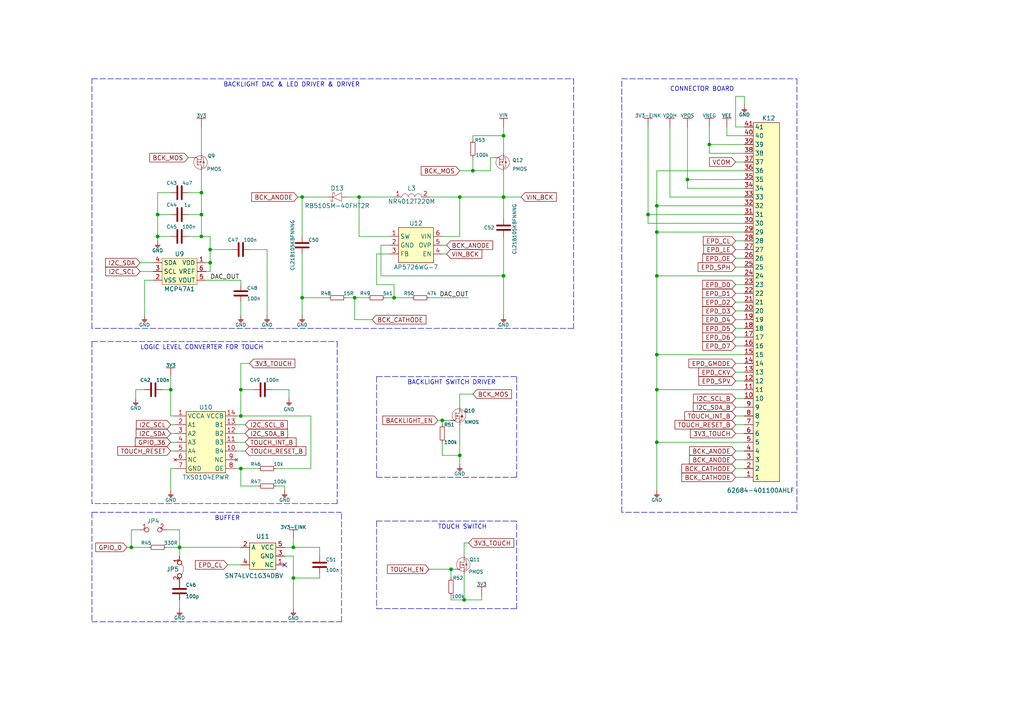
<source format=kicad_sch>
(kicad_sch (version 20211123) (generator eeschema)
  (paper "A4")
  (title_block (title "Soldered Inkplate 4 TEMPERA with glass panel") (date "2023-11-13") (rev "V1.2.0.") (company "SOLDERED") (comment 1 "333308"))
  (lib_symbols
    (symbol "e-radionica.com schematics:0603C" (pin_numbers hide) (pin_names (offset 0.002))
      (property "Reference" "C" (at 0 3.81 0))
      (property "Value" "0603C" (at 0 -3.175 0))
      (symbol "0603C_0_1"
        (polyline (pts (xy -0.635 1.905) (xy -0.635 -1.905)) (stroke (width 0.5)))
        (polyline (pts (xy 0.635 1.905) (xy 0.635 -1.905)) (stroke (width 0.5)))
      )
      (symbol "0603C_1_1"
        (pin passive line (at -2.54 0 0) (length 1.9) (name "~") (number "1"))
        (pin passive line (at 2.54 0 180) (length 1.9) (name "~") (number "2"))
      )
    )
    (symbol "e-radionica.com schematics:0603R" (pin_numbers hide) (pin_names (offset 0.254))
      (property "Reference" "R" (at 0 1.27 0))
      (property "Value" "0603R" (at 0 -1.905 0))
      (symbol "0603R_0_1"
        (rectangle (start -1.905 0.635) (end 1.905 -0.635) (stroke (width 0.15)))
      )
      (symbol "0603R_1_1"
        (pin passive line (at -2.54 0 0) (length 0.63) (name "~") (number "1"))
        (pin passive line (at 2.54 0 180) (length 0.63) (name "~") (number "2"))
      )
    )
    (symbol "e-radionica.com schematics:0805C" (pin_numbers hide)
      (property "Reference" "C" (at 0 3.81 0))
      (property "Value" "0805C" (at 0 -3.175 0))
      (symbol "0805C_0_1"
        (polyline (pts (xy -0.635 1.905) (xy -0.635 -1.905)) (stroke (width 0.5)))
        (polyline (pts (xy 0.635 1.905) (xy 0.635 -1.905)) (stroke (width 0.5)))
      )
      (symbol "0805C_1_1"
        (pin passive line (at -2.54 0 0) (length 1.9) (name "~") (number "1"))
        (pin passive line (at 2.54 0 180) (length 1.9) (name "~") (number "2"))
      )
    )
    (symbol "e-radionica.com schematics:3V3" (power) (pin_names (offset 0))
      (property "Value" "3V3" (at 0 3.556 0))
      (symbol "3V3_0_1"
        (polyline (pts (xy -1.27 2.54) (xy 1.27 2.54)) (stroke (width 0.16)))
        (polyline (pts (xy 0 0) (xy 0 2.54)))
      )
      (symbol "3V3_1_1"
        (pin power_in line (at 0 0 90) (length 0) hide (name "3V3") (number "1"))
      )
    )
    (symbol "e-radionica.com schematics:3V3-EINK" (power) (pin_names (offset 0))
      (property "Value" "3V3-EINK" (at 0 3.556 0))
      (symbol "3V3-EINK_0_1"
        (polyline (pts (xy -1.27 2.54) (xy 1.27 2.54)) (stroke (width 0.16)))
        (polyline (pts (xy 0 0) (xy 0 2.54)))
      )
      (symbol "3V3-EINK_1_1"
        (pin power_in line (at 0 0 90) (length 0) hide (name "3V3-EINK") (number "1"))
      )
    )
    (symbol "e-radionica.com schematics:62684-401100AHLF"
      (property "Reference" "K" (at 0 52.07 0))
      (property "Value" "62684-401100AHLF" (at 0 -54.61 0))
      (symbol "62684-401100AHLF_0_1"
        (rectangle (start -3.81 50.8) (end 3.81 -53.34) (stroke (width 0.1524)) (fill (type background)))
      )
      (symbol "62684-401100AHLF_1_1"
        (pin input line (at -6.35 49.53 0) (length 2.54) (name "1") (number "1"))
        (pin input line (at -6.35 26.67 0) (length 2.54) (name "10") (number "10"))
        (pin input line (at -6.35 24.13 0) (length 2.54) (name "11") (number "11"))
        (pin input line (at -6.35 21.59 0) (length 2.54) (name "12") (number "12"))
        (pin input line (at -6.35 19.05 0) (length 2.54) (name "13") (number "13"))
        (pin input line (at -6.35 16.51 0) (length 2.54) (name "14") (number "14"))
        (pin input line (at -6.35 13.97 0) (length 2.54) (name "15") (number "15"))
        (pin input line (at -6.35 11.43 0) (length 2.54) (name "16") (number "16"))
        (pin input line (at -6.35 8.89 0) (length 2.54) (name "17") (number "17"))
        (pin input line (at -6.35 6.35 0) (length 2.54) (name "18") (number "18"))
        (pin input line (at -6.35 3.81 0) (length 2.54) (name "19") (number "19"))
        (pin input line (at -6.35 46.99 0) (length 2.54) (name "2") (number "2"))
        (pin input line (at -6.35 1.27 0) (length 2.54) (name "20") (number "20"))
        (pin input line (at -6.35 -1.27 0) (length 2.54) (name "21") (number "21"))
        (pin input line (at -6.35 -3.81 0) (length 2.54) (name "22") (number "22"))
        (pin input line (at -6.35 -6.35 0) (length 2.54) (name "23") (number "23"))
        (pin input line (at -6.35 -8.89 0) (length 2.54) (name "24") (number "24"))
        (pin input line (at -6.35 -11.43 0) (length 2.54) (name "25") (number "25"))
        (pin input line (at -6.35 -13.97 0) (length 2.54) (name "26") (number "26"))
        (pin input line (at -6.35 -16.51 0) (length 2.54) (name "27") (number "27"))
        (pin input line (at -6.35 -19.05 0) (length 2.54) (name "28") (number "28"))
        (pin input line (at -6.35 -21.59 0) (length 2.54) (name "29") (number "29"))
        (pin input line (at -6.35 44.45 0) (length 2.54) (name "3") (number "3"))
        (pin input line (at -6.35 -24.13 0) (length 2.54) (name "30") (number "30"))
        (pin input line (at -6.35 -26.67 0) (length 2.54) (name "31") (number "31"))
        (pin input line (at -6.35 -29.21 0) (length 2.54) (name "32") (number "32"))
        (pin input line (at -6.35 -31.75 0) (length 2.54) (name "33") (number "33"))
        (pin input line (at -6.35 -34.29 0) (length 2.54) (name "34") (number "34"))
        (pin input line (at -6.35 -36.83 0) (length 2.54) (name "35") (number "35"))
        (pin input line (at -6.35 -39.37 0) (length 2.54) (name "36") (number "36"))
        (pin input line (at -6.35 -41.91 0) (length 2.54) (name "37") (number "37"))
        (pin input line (at -6.35 -44.45 0) (length 2.54) (name "38") (number "38"))
        (pin input line (at -6.35 -46.99 0) (length 2.54) (name "39") (number "39"))
        (pin input line (at -6.35 41.91 0) (length 2.54) (name "4") (number "4"))
        (pin input line (at -6.35 -49.53 0) (length 2.54) (name "40") (number "40"))
        (pin input line (at -6.35 -52.07 0) (length 2.54) (name "41") (number "41"))
        (pin input line (at -6.35 39.37 0) (length 2.54) (name "5") (number "5"))
        (pin input line (at -6.35 36.83 0) (length 2.54) (name "6") (number "6"))
        (pin input line (at -6.35 34.29 0) (length 2.54) (name "7") (number "7"))
        (pin input line (at -6.35 31.75 0) (length 2.54) (name "8") (number "8"))
        (pin input line (at -6.35 29.21 0) (length 2.54) (name "9") (number "9"))
      )
    )
    (symbol "e-radionica.com schematics:AP5726WG-7"
      (property "Reference" "U" (at 0 6.35 0))
      (property "Value" "AP5726WG-7" (at 0 -6.35 0))
      (symbol "AP5726WG-7_0_1"
        (rectangle (start -5.08 5.08) (end 5.08 -5.08) (fill (type background)))
      )
      (symbol "AP5726WG-7_1_1"
        (pin passive line (at -7.62 2.54 0) (length 2.54) (name "SW") (number "1"))
        (pin passive line (at -7.62 0 0) (length 2.54) (name "GND") (number "2"))
        (pin passive line (at -7.62 -2.54 0) (length 2.54) (name "FB") (number "3"))
        (pin passive line (at 7.62 -2.54 180) (length 2.54) (name "EN") (number "4"))
        (pin passive line (at 7.62 0 180) (length 2.54) (name "OVP") (number "5"))
        (pin passive line (at 7.62 2.54 180) (length 2.54) (name "VIN") (number "6"))
      )
    )
    (symbol "e-radionica.com schematics:GND" (power) (pin_names (offset 0))
      (property "Value" "GND" (at 0 -2.921 0))
      (symbol "GND_0_1"
        (polyline (pts (xy -0.762 -1.27) (xy 0.762 -1.27)) (stroke (width 0.16)))
        (polyline (pts (xy -0.635 -1.524) (xy 0.635 -1.524)) (stroke (width 0.16)))
        (polyline (pts (xy -0.381 -1.778) (xy 0.381 -1.778)) (stroke (width 0.16)))
        (polyline (pts (xy -0.127 -2.032) (xy 0.127 -2.032)) (stroke (width 0.16)))
        (polyline (pts (xy 0 0) (xy 0 -1.27)) (stroke (width 0.16)))
      )
      (symbol "GND_1_1"
        (pin power_in line (at 0 0 270) (length 0) hide (name "GND") (number "1"))
      )
    )
    (symbol "e-radionica.com schematics:MCP47A1"
      (property "Reference" "U" (at 0 5.08 0))
      (property "Value" "MCP47A1" (at 0 -5.08 0))
      (symbol "MCP47A1_0_1"
        (rectangle (start -5.08 3.81) (end 5.08 -3.81) (stroke (width 0.1)) (fill (type background)))
      )
      (symbol "MCP47A1_1_1"
        (pin power_in line (at 7.62 2.54 180) (length 2.54) (name "VDD") (number "1"))
        (pin power_in line (at -7.62 -2.54 0) (length 2.54) (name "VSS") (number "2"))
        (pin bidirectional line (at -7.62 0 0) (length 2.54) (name "SCL") (number "3"))
        (pin bidirectional line (at -7.62 2.54 0) (length 2.54) (name "SDA") (number "4"))
        (pin bidirectional line (at 7.62 -2.54 180) (length 2.54) (name "VOUT") (number "5"))
        (pin bidirectional line (at 7.62 0 180) (length 2.54) (name "VREF") (number "6"))
      )
    )
    (symbol "e-radionica.com schematics:NMOS-SOT-23-3" (pin_numbers hide) (pin_names hide)
      (property "Reference" "Q" (at -1.143 2.921 0))
      (property "Value" "NMOS-SOT-23-3" (at 1.524 -3.937 0))
      (symbol "NMOS-SOT-23-3_0_1"
        (polyline (pts (xy 0 -1.27) (xy 0 1.016)) (stroke (width 0.1)))
        (polyline (pts (xy 0.254 -1.016) (xy 0.254 -0.508)) (stroke (width 0.1)))
        (polyline (pts (xy 0.254 -0.762) (xy 1.27 -0.762)) (stroke (width 0.1)))
        (polyline (pts (xy 0.254 -0.254) (xy 0.254 0.254)) (stroke (width 0.1)))
        (polyline (pts (xy 0.254 0.762) (xy 1.27 0.762)) (stroke (width 0.1)))
        (polyline (pts (xy 0.254 1.016) (xy 0.254 0.508)) (stroke (width 0.1)))
        (polyline (pts (xy 1.27 -1.27) (xy 1.27 -0.762)) (stroke (width 0.1)))
        (polyline (pts (xy 1.27 0.762) (xy 1.27 1.27)) (stroke (width 0.1)))
        (polyline (pts (xy 1.651 -0.254) (xy 1.905 0.127)) (stroke (width 0.2)))
        (polyline (pts (xy 1.651 0.127) (xy 2.159 0.127)) (stroke (width 0.0006)))
        (polyline (pts (xy 0.254 0) (xy 1.27 0) (xy 1.27 -0.762)) (stroke (width 0.1)))
        (polyline (pts (xy 1.651 -0.254) (xy 2.159 -0.254) (xy 1.905 0.127)) (stroke (width 0.2)))
        (polyline (pts (xy 0.381 0) (xy 0.635 0.254) (xy 0.635 -0.254) (xy 0.381 0)) (stroke (width 0.1)))
        (polyline (pts (xy 1.27 -1.27) (xy 1.905 -1.27) (xy 1.905 1.524) (xy 1.27 1.524)) (stroke (width 0.1)))
        (circle (center 1.016 0.127) (radius 1.9716) (stroke (width 0.1)))
      )
      (symbol "NMOS-SOT-23-3_1_1"
        (pin passive line (at -1.27 -1.27 0) (length 1.27) (name "G") (number "1"))
        (pin passive line (at 1.27 -2.54 90) (length 1.27) (name "S") (number "2"))
        (pin passive line (at 1.27 2.54 270) (length 1.27) (name "D") (number "3"))
      )
    )
    (symbol "e-radionica.com schematics:NR4012T220M"
      (property "Reference" "L" (at 0 2.54 0))
      (property "Value" "NR4012T220M" (at 0 -1.27 0))
      (symbol "NR4012T220M_0_1"
        (arc (start -0.9525 0.0138) (mid -1.905 0.9526) (end -2.8575 0.0138) (stroke (width 0.1)))
        (arc (start 0.9525 0.0138) (mid 0 0.9526) (end -0.9525 0.0138) (stroke (width 0.1)))
        (arc (start 2.8575 0.0138) (mid 1.905 0.9526) (end 0.9525 0.0138) (stroke (width 0.1)))
      )
      (symbol "NR4012T220M_1_1"
        (pin passive line (at -5.08 0 0) (length 2.2) (name "") (number "1"))
        (pin passive line (at 5.08 0 180) (length 2.2) (name "") (number "2"))
      )
    )
    (symbol "e-radionica.com schematics:PMOS-SOT-23-3" (pin_numbers hide) (pin_names hide)
      (property "Reference" "Q" (at -1.27 2.54 0))
      (property "Value" "PMOS-SOT-23-3" (at 0.381 -4.064 0))
      (symbol "PMOS-SOT-23-3_0_1"
        (polyline (pts (xy 0 -1.27) (xy 0 1.016)) (stroke (width 0.1)))
        (polyline (pts (xy 0.254 -1.016) (xy 0.254 -0.508)) (stroke (width 0.1)))
        (polyline (pts (xy 0.254 -0.762) (xy 1.27 -0.762)) (stroke (width 0.1)))
        (polyline (pts (xy 0.254 -0.254) (xy 0.254 0.254)) (stroke (width 0.1)))
        (polyline (pts (xy 0.254 0.762) (xy 1.27 0.762)) (stroke (width 0.1)))
        (polyline (pts (xy 0.254 1.016) (xy 0.254 0.508)) (stroke (width 0.1)))
        (polyline (pts (xy 1.27 -1.27) (xy 1.27 -0.762)) (stroke (width 0.1)))
        (polyline (pts (xy 1.27 0.762) (xy 1.27 1.27)) (stroke (width 0.1)))
        (polyline (pts (xy 2.159 -0.127) (xy 1.651 -0.127)) (stroke (width 0.1)))
        (polyline (pts (xy 2.159 0.254) (xy 1.905 -0.127)) (stroke (width 0.1)))
        (polyline (pts (xy 0.254 0) (xy 1.27 0) (xy 1.27 -0.762)) (stroke (width 0.1)))
        (polyline (pts (xy 2.159 0.254) (xy 1.651 0.254) (xy 1.905 -0.127)) (stroke (width 0.1)))
        (polyline (pts (xy 1.143 0) (xy 0.889 -0.254) (xy 0.889 0.254) (xy 1.143 0)) (stroke (width 0.1)))
        (polyline (pts (xy 1.27 -1.27) (xy 1.905 -1.27) (xy 1.905 1.524) (xy 1.27 1.524)) (stroke (width 0.1)))
        (circle (center 1.016 0.127) (radius 1.9716) (stroke (width 0.1)))
      )
      (symbol "PMOS-SOT-23-3_1_1"
        (pin passive line (at -1.27 -1.27 0) (length 1.27) (name "G") (number "1"))
        (pin passive line (at 1.27 -2.54 90) (length 1.27) (name "S") (number "2"))
        (pin passive line (at 1.27 2.54 270) (length 1.27) (name "D") (number "3"))
      )
    )
    (symbol "e-radionica.com schematics:RB510SM-40FHT2R" (pin_numbers hide) (pin_names hide)
      (property "Reference" "D" (at 0 2.54 0))
      (property "Value" "RB510SM-40FHT2R" (at 0 3.81 0))
      (symbol "RB510SM-40FHT2R_0_1"
        (polyline (pts (xy -1.27 1.27) (xy -1.27 -1.27) (xy 1.27 0) (xy -1.27 1.27)) (stroke (width 0.1)))
        (polyline (pts (xy 1.27 1.27) (xy 1.27 -1.27) (xy 0.762 -1.27) (xy 0.762 -0.762)) (stroke (width 0.1)))
        (polyline (pts (xy 1.27 1.27) (xy 1.778 1.27) (xy 1.778 0.762) (xy 1.778 1.016)) (stroke (width 0.1)))
      )
      (symbol "RB510SM-40FHT2R_1_1"
        (pin passive line (at -2.54 0 0) (length 1.27) (name "A") (number "1"))
        (pin passive line (at 2.54 0 180) (length 1.27) (name "K") (number "2"))
      )
    )
    (symbol "e-radionica.com schematics:SMD-JUMPER-CONNECTED_TRACE_SOLDERMASK"
      (property "Reference" "JP" (at 0 3.556 0))
      (property "Value" "SMD-JUMPER-CONNECTED_TRACE_SOLDERMASK" (at 0 -2.54 0))
      (symbol "SMD-JUMPER-CONNECTED_TRACE_SOLDERMASK_0_1"
        (arc (start 1.5845 0.5996) (mid -0.0202 1.1519) (end -1.6159 0.5742) (stroke (width 0.1)))
      )
      (symbol "SMD-JUMPER-CONNECTED_TRACE_SOLDERMASK_1_1"
        (pin passive inverted (at -3.81 0 0) (length 2.54) (name "") (number "1"))
        (pin passive inverted (at 3.81 0 180) (length 2.54) (name "") (number "2"))
      )
    )
    (symbol "e-radionica.com schematics:SMD_JUMPER"
      (property "Reference" "JP" (at 0 1.397 0))
      (property "Value" "SMD_JUMPER" (at 0 -2.54 0))
      (symbol "SMD_JUMPER_1_1"
        (pin passive inverted (at -3.81 0 0) (length 2.54) (name "") (number "1"))
        (pin passive inverted (at 3.81 0 180) (length 2.54) (name "") (number "2"))
      )
    )
    (symbol "e-radionica.com schematics:SN74LVC1G34DBV"
      (property "Reference" "U" (at -2.54 5.08 0))
      (property "Value" "SN74LVC1G34DBV" (at -1.27 7.62 0))
      (symbol "SN74LVC1G34DBV_0_0"
        (rectangle (start -3.81 3.81) (end 3.81 -3.81) (fill (type background)))
      )
      (symbol "SN74LVC1G34DBV_1_1"
        (pin passive line (at 6.35 -2.54 180) (length 2.54) (name "NC") (number "1"))
        (pin passive line (at -6.35 2.54 0) (length 2.54) (name "A") (number "2"))
        (pin passive line (at 6.35 0 180) (length 2.54) (name "GND") (number "3"))
        (pin passive line (at -6.35 -2.54 0) (length 2.54) (name "Y") (number "4"))
        (pin passive line (at 6.35 2.54 180) (length 2.54) (name "VCC") (number "5"))
      )
    )
    (symbol "e-radionica.com schematics:TXS0104EPWR"
      (property "Reference" "U" (at 0 10.16 0))
      (property "Value" "TXS0104EPWR" (at 0 -10.16 0))
      (symbol "TXS0104EPWR_0_1"
        (rectangle (start -5.715 8.89) (end 5.715 -8.89) (fill (type background)))
      )
      (symbol "TXS0104EPWR_1_1"
        (pin power_in line (at -8.89 7.62 0) (length 3.1) (name "VCCA") (number "1"))
        (pin passive line (at 8.89 -2.54 180) (length 3.1) (name "B4") (number "10"))
        (pin passive line (at 8.89 0 180) (length 3.1) (name "B3") (number "11"))
        (pin passive line (at 8.89 2.54 180) (length 3.1) (name "B2") (number "12"))
        (pin passive line (at 8.89 5.08 180) (length 3.1) (name "B1") (number "13"))
        (pin power_out line (at 8.89 7.62 180) (length 3.1) (name "VCCB") (number "14"))
        (pin passive line (at -8.89 5.08 0) (length 3.1) (name "A1") (number "2"))
        (pin passive line (at -8.89 2.54 0) (length 3.1) (name "A2") (number "3"))
        (pin passive line (at -8.89 0 0) (length 3.1) (name "A3") (number "4"))
        (pin passive line (at -8.89 -2.54 0) (length 3.1) (name "A4") (number "5"))
        (pin no_connect line (at -8.89 -5.08 0) (length 3.1) (name "NC") (number "6"))
        (pin passive line (at -8.89 -7.62 0) (length 3.1) (name "GND") (number "7"))
        (pin passive line (at 8.89 -7.62 180) (length 3.1) (name "OE") (number "8"))
        (pin no_connect line (at 8.89 -5.08 180) (length 3.1) (name "NC") (number "9"))
      )
    )
    (symbol "e-radionica.com schematics:VDDH" (power) (pin_names (offset 0))
      (property "Value" "VDDH" (at 0 3.556 0))
      (symbol "VDDH_0_1"
        (polyline (pts (xy -1.27 2.54) (xy 1.27 2.54)) (stroke (width 0.16)))
        (polyline (pts (xy 0 0) (xy 0 2.54)))
      )
      (symbol "VDDH_1_1"
        (pin power_in line (at 0 0 90) (length 0) hide (name "VDDH") (number "1"))
      )
    )
    (symbol "e-radionica.com schematics:VEE" (power) (pin_names (offset 0))
      (property "Value" "VEE" (at 0 3.556 0))
      (symbol "VEE_0_1"
        (polyline (pts (xy -1.27 2.54) (xy 1.27 2.54)) (stroke (width 0.16)))
        (polyline (pts (xy 0 0) (xy 0 2.54)))
      )
      (symbol "VEE_1_1"
        (pin power_in line (at 0 0 90) (length 0) hide (name "VEE") (number "1"))
      )
    )
    (symbol "e-radionica.com schematics:VIN" (power) (pin_names (offset 0))
      (property "Value" "VIN" (at 0 3.556 0))
      (symbol "VIN_0_1"
        (polyline (pts (xy -1.27 2.54) (xy 1.27 2.54)) (stroke (width 0.16)))
        (polyline (pts (xy 0 0) (xy 0 2.54)))
      )
      (symbol "VIN_1_1"
        (pin power_in line (at 0 0 90) (length 0) hide (name "VIN") (number "1"))
      )
    )
    (symbol "e-radionica.com schematics:VNEG" (power) (pin_names (offset 0))
      (property "Value" "VNEG" (at 0 3.556 0))
      (symbol "VNEG_0_1"
        (polyline (pts (xy -1.27 2.54) (xy 1.27 2.54)) (stroke (width 0.16)))
        (polyline (pts (xy 0 0) (xy 0 2.54)))
      )
      (symbol "VNEG_1_1"
        (pin power_in line (at 0 0 90) (length 0) hide (name "VNEG") (number "1"))
      )
    )
    (symbol "e-radionica.com schematics:VPOS" (power) (pin_names (offset 0))
      (property "Value" "VPOS" (at 0 3.556 0))
      (symbol "VPOS_0_1"
        (polyline (pts (xy -1.27 2.54) (xy 1.27 2.54)) (stroke (width 0.16)))
        (polyline (pts (xy 0 0) (xy 0 2.54)))
      )
      (symbol "VPOS_1_1"
        (pin power_in line (at 0 0 90) (length 0) hide (name "VPOS") (number "1"))
      )
    )
  )
  (junction (at 58.42 62.23))
  (junction (at 190.5 67.31))
  (junction (at 60.96 76.2))
  (junction (at 199.39 52.07))
  (junction (at 146.05 80.01))
  (junction (at 190.5 59.69))
  (junction (at 190.5 102.87))
  (junction (at 38.1 158.75))
  (junction (at 205.74 41.91))
  (junction (at 87.63 86.36))
  (junction (at 190.5 113.03))
  (junction (at 190.5 80.01))
  (junction (at 134.62 173.99))
  (junction (at 58.42 55.88))
  (junction (at 146.05 39.37))
  (junction (at 69.85 135.89))
  (junction (at 60.96 72.39))
  (junction (at 137.16 49.53))
  (junction (at 133.35 57.15))
  (junction (at 58.42 68.58))
  (junction (at 69.85 113.03))
  (junction (at 130.81 165.1))
  (junction (at 128.27 121.92))
  (junction (at 146.05 57.15))
  (junction (at 69.85 120.65))
  (junction (at 187.96 62.23))
  (junction (at 45.72 68.58))
  (junction (at 114.3 86.36))
  (junction (at 87.63 57.15))
  (junction (at 190.5 128.27))
  (junction (at 52.07 158.75))
  (junction (at 102.87 86.36))
  (junction (at 85.09 158.75))
  (junction (at 85.09 167.64))
  (junction (at 104.14 57.15))
  (junction (at 133.35 132.08))
  (junction (at 45.72 62.23))
  (junction (at 49.53 113.03))
  (no_connect (at 82.55 163.83))
  (wire (pts (xy 111.76 86.36) (xy 114.3 86.36)))
  (wire (pts (xy 114.3 86.36) (xy 119.38 86.36)))
  (wire (pts (xy 85.09 167.64) (xy 92.71 167.64)))
  (wire (pts (xy 215.9 49.53) (xy 190.5 49.53)))
  (wire (pts (xy 130.81 172.72) (xy 130.81 173.99)))
  (wire (pts (xy 48.26 158.75) (xy 52.07 158.75)))
  (wire (pts (xy 146.05 57.15) (xy 146.05 49.53)))
  (wire (pts (xy 68.58 135.89) (xy 69.85 135.89)))
  (wire (pts (xy 199.39 52.07) (xy 215.9 52.07)))
  (wire (pts (xy 49.53 125.73) (xy 50.8 125.73)))
  (wire (pts (xy 143.51 45.72) (xy 142.24 45.72)))
  (wire (pts (xy 199.39 54.61) (xy 199.39 52.07)))
  (wire (pts (xy 133.35 68.58) (xy 133.35 57.15)))
  (wire (pts (xy 213.36 74.93) (xy 215.9 74.93)))
  (wire (pts (xy 46.99 113.03) (xy 49.53 113.03)))
  (wire (pts (xy 50.8 120.65) (xy 49.53 120.65)))
  (wire (pts (xy 102.87 92.71) (xy 102.87 86.36)))
  (polyline (pts (xy 231.14 22.86) (xy 231.14 148.59)))
  (wire (pts (xy 85.09 158.75) (xy 92.71 158.75)))
  (polyline (pts (xy 149.86 176.53) (xy 149.86 151.13)))
  (wire (pts (xy 85.09 161.29) (xy 85.09 167.64)))
  (polyline (pts (xy 180.34 148.59) (xy 180.34 22.86)))
  (polyline (pts (xy 26.67 99.06) (xy 26.67 146.05)))
  (wire (pts (xy 133.35 123.19) (xy 133.35 132.08)))
  (wire (pts (xy 92.71 166.37) (xy 92.71 167.64)))
  (wire (pts (xy 213.36 85.09) (xy 215.9 85.09)))
  (wire (pts (xy 137.16 39.37) (xy 146.05 39.37)))
  (wire (pts (xy 210.82 39.37) (xy 215.9 39.37)))
  (wire (pts (xy 213.36 120.65) (xy 215.9 120.65)))
  (wire (pts (xy 40.64 153.67) (xy 38.1 153.67)))
  (polyline (pts (xy 26.67 148.59) (xy 26.67 180.34)))
  (wire (pts (xy 68.58 125.73) (xy 71.12 125.73)))
  (wire (pts (xy 49.53 113.03) (xy 49.53 120.65)))
  (polyline (pts (xy 26.67 22.86) (xy 166.37 22.86)))
  (wire (pts (xy 137.16 45.72) (xy 137.16 49.53)))
  (wire (pts (xy 213.36 97.79) (xy 215.9 97.79)))
  (wire (pts (xy 146.05 36.83) (xy 146.05 39.37)))
  (wire (pts (xy 190.5 80.01) (xy 190.5 102.87)))
  (wire (pts (xy 58.42 49.53) (xy 58.42 55.88)))
  (wire (pts (xy 213.36 36.83) (xy 213.36 27.94)))
  (wire (pts (xy 130.81 165.1) (xy 132.08 165.1)))
  (polyline (pts (xy 166.37 22.86) (xy 166.37 95.25)))
  (wire (pts (xy 49.53 142.24) (xy 49.53 135.89)))
  (wire (pts (xy 146.05 57.15) (xy 151.13 57.15)))
  (polyline (pts (xy 109.22 138.43) (xy 149.86 138.43)))
  (wire (pts (xy 134.62 161.29) (xy 134.62 157.48)))
  (wire (pts (xy 146.05 39.37) (xy 146.05 44.45)))
  (wire (pts (xy 109.22 73.66) (xy 109.22 82.55)))
  (wire (pts (xy 213.36 87.63) (xy 215.9 87.63)))
  (polyline (pts (xy 109.22 109.22) (xy 109.22 138.43)))
  (wire (pts (xy 48.26 153.67) (xy 52.07 153.67)))
  (wire (pts (xy 58.42 62.23) (xy 58.42 68.58)))
  (wire (pts (xy 80.01 140.97) (xy 82.55 140.97)))
  (wire (pts (xy 82.55 161.29) (xy 85.09 161.29)))
  (wire (pts (xy 58.42 68.58) (xy 60.96 68.58)))
  (wire (pts (xy 87.63 86.36) (xy 87.63 91.44)))
  (wire (pts (xy 128.27 71.12) (xy 129.54 71.12)))
  (wire (pts (xy 82.55 142.24) (xy 82.55 140.97)))
  (polyline (pts (xy 180.34 22.86) (xy 231.14 22.86)))
  (wire (pts (xy 38.1 158.75) (xy 43.18 158.75)))
  (wire (pts (xy 86.36 57.15) (xy 87.63 57.15)))
  (wire (pts (xy 146.05 68.58) (xy 146.05 80.01)))
  (wire (pts (xy 130.81 173.99) (xy 134.62 173.99)))
  (wire (pts (xy 68.58 123.19) (xy 71.12 123.19)))
  (wire (pts (xy 49.53 128.27) (xy 50.8 128.27)))
  (polyline (pts (xy 26.67 148.59) (xy 99.06 148.59)))
  (wire (pts (xy 213.36 27.94) (xy 215.9 27.94)))
  (wire (pts (xy 100.33 57.15) (xy 104.14 57.15)))
  (wire (pts (xy 87.63 57.15) (xy 95.25 57.15)))
  (wire (pts (xy 85.09 156.21) (xy 85.09 158.75)))
  (wire (pts (xy 213.36 125.73) (xy 215.9 125.73)))
  (wire (pts (xy 133.35 49.53) (xy 137.16 49.53)))
  (wire (pts (xy 54.61 55.88) (xy 58.42 55.88)))
  (wire (pts (xy 69.85 120.65) (xy 69.85 113.03)))
  (wire (pts (xy 128.27 128.27) (xy 128.27 132.08)))
  (wire (pts (xy 134.62 166.37) (xy 134.62 173.99)))
  (wire (pts (xy 190.5 59.69) (xy 215.9 59.69)))
  (polyline (pts (xy 26.67 99.06) (xy 97.79 99.06)))
  (wire (pts (xy 190.5 113.03) (xy 190.5 128.27)))
  (wire (pts (xy 187.96 62.23) (xy 187.96 36.83)))
  (wire (pts (xy 87.63 57.15) (xy 87.63 68.58)))
  (wire (pts (xy 39.37 115.57) (xy 39.37 113.03)))
  (wire (pts (xy 69.85 135.89) (xy 74.93 135.89)))
  (wire (pts (xy 128.27 68.58) (xy 133.35 68.58)))
  (wire (pts (xy 213.36 107.95) (xy 215.9 107.95)))
  (wire (pts (xy 187.96 62.23) (xy 215.9 62.23)))
  (wire (pts (xy 133.35 114.3) (xy 133.35 118.11)))
  (wire (pts (xy 133.35 57.15) (xy 146.05 57.15)))
  (wire (pts (xy 58.42 36.83) (xy 58.42 44.45)))
  (polyline (pts (xy 97.79 99.06) (xy 97.79 146.05)))
  (wire (pts (xy 85.09 167.64) (xy 85.09 176.53)))
  (wire (pts (xy 58.42 55.88) (xy 58.42 62.23)))
  (wire (pts (xy 69.85 113.03) (xy 73.66 113.03)))
  (wire (pts (xy 137.16 49.53) (xy 142.24 49.53)))
  (wire (pts (xy 83.82 115.57) (xy 83.82 113.03)))
  (wire (pts (xy 36.83 158.75) (xy 38.1 158.75)))
  (wire (pts (xy 39.37 113.03) (xy 41.91 113.03)))
  (wire (pts (xy 69.85 105.41) (xy 69.85 113.03)))
  (wire (pts (xy 213.36 95.25) (xy 215.9 95.25)))
  (wire (pts (xy 199.39 54.61) (xy 215.9 54.61)))
  (wire (pts (xy 194.31 57.15) (xy 215.9 57.15)))
  (wire (pts (xy 124.46 165.1) (xy 130.81 165.1)))
  (wire (pts (xy 137.16 114.3) (xy 133.35 114.3)))
  (wire (pts (xy 52.07 158.75) (xy 52.07 161.29)))
  (wire (pts (xy 128.27 121.92) (xy 130.81 121.92)))
  (wire (pts (xy 107.95 92.71) (xy 102.87 92.71)))
  (wire (pts (xy 213.36 77.47) (xy 215.9 77.47)))
  (polyline (pts (xy 109.22 176.53) (xy 149.86 176.53)))
  (wire (pts (xy 44.45 81.28) (xy 41.91 81.28)))
  (wire (pts (xy 213.36 133.35) (xy 215.9 133.35)))
  (wire (pts (xy 109.22 82.55) (xy 114.3 82.55)))
  (wire (pts (xy 60.96 72.39) (xy 67.31 72.39)))
  (wire (pts (xy 110.49 71.12) (xy 113.03 71.12)))
  (wire (pts (xy 213.36 115.57) (xy 215.9 115.57)))
  (wire (pts (xy 87.63 86.36) (xy 95.25 86.36)))
  (wire (pts (xy 215.9 36.83) (xy 213.36 36.83)))
  (wire (pts (xy 52.07 173.99) (xy 52.07 176.53)))
  (wire (pts (xy 213.36 130.81) (xy 215.9 130.81)))
  (wire (pts (xy 50.8 123.19) (xy 49.53 123.19)))
  (wire (pts (xy 190.5 128.27) (xy 190.5 142.24)))
  (wire (pts (xy 210.82 39.37) (xy 210.82 36.83)))
  (wire (pts (xy 60.96 76.2) (xy 60.96 72.39)))
  (wire (pts (xy 213.36 110.49) (xy 215.9 110.49)))
  (wire (pts (xy 110.49 80.01) (xy 146.05 80.01)))
  (wire (pts (xy 205.74 41.91) (xy 205.74 36.83)))
  (wire (pts (xy 190.5 67.31) (xy 215.9 67.31)))
  (wire (pts (xy 146.05 57.15) (xy 146.05 63.5)))
  (wire (pts (xy 78.74 113.03) (xy 83.82 113.03)))
  (wire (pts (xy 80.01 135.89) (xy 90.17 135.89)))
  (wire (pts (xy 104.14 57.15) (xy 114.3 57.15)))
  (wire (pts (xy 190.5 59.69) (xy 190.5 67.31)))
  (wire (pts (xy 215.9 64.77) (xy 187.96 64.77)))
  (wire (pts (xy 205.74 44.45) (xy 205.74 41.91)))
  (wire (pts (xy 59.69 78.74) (xy 60.96 78.74)))
  (wire (pts (xy 104.14 68.58) (xy 104.14 57.15)))
  (wire (pts (xy 213.36 123.19) (xy 215.9 123.19)))
  (wire (pts (xy 213.36 135.89) (xy 215.9 135.89)))
  (wire (pts (xy 124.46 57.15) (xy 133.35 57.15)))
  (wire (pts (xy 52.07 158.75) (xy 69.85 158.75)))
  (wire (pts (xy 90.17 135.89) (xy 90.17 120.65)))
  (wire (pts (xy 133.35 132.08) (xy 133.35 134.62)))
  (polyline (pts (xy 26.67 95.25) (xy 26.67 22.86)))
  (wire (pts (xy 45.72 68.58) (xy 49.53 68.58)))
  (wire (pts (xy 38.1 153.67) (xy 38.1 158.75)))
  (wire (pts (xy 137.16 39.37) (xy 137.16 40.64)))
  (wire (pts (xy 100.33 86.36) (xy 102.87 86.36)))
  (polyline (pts (xy 166.37 95.25) (xy 26.67 95.25)))
  (wire (pts (xy 187.96 64.77) (xy 187.96 62.23)))
  (wire (pts (xy 213.36 72.39) (xy 215.9 72.39)))
  (wire (pts (xy 134.62 157.48) (xy 135.89 157.48)))
  (wire (pts (xy 60.96 78.74) (xy 60.96 76.2)))
  (wire (pts (xy 60.96 72.39) (xy 60.96 68.58)))
  (wire (pts (xy 113.03 68.58) (xy 104.14 68.58)))
  (wire (pts (xy 128.27 121.92) (xy 128.27 123.19)))
  (wire (pts (xy 68.58 128.27) (xy 71.12 128.27)))
  (wire (pts (xy 205.74 41.91) (xy 215.9 41.91)))
  (wire (pts (xy 45.72 62.23) (xy 49.53 62.23)))
  (polyline (pts (xy 231.14 148.59) (xy 180.34 148.59)))
  (polyline (pts (xy 109.22 151.13) (xy 109.22 176.53)))
  (wire (pts (xy 109.22 73.66) (xy 113.03 73.66)))
  (wire (pts (xy 142.24 45.72) (xy 142.24 49.53)))
  (polyline (pts (xy 26.67 180.34) (xy 99.06 180.34)))
  (polyline (pts (xy 149.86 138.43) (xy 149.86 109.22)))
  (wire (pts (xy 199.39 52.07) (xy 199.39 36.83)))
  (polyline (pts (xy 109.22 151.13) (xy 149.86 151.13)))
  (polyline (pts (xy 99.06 180.34) (xy 99.06 148.59)))
  (wire (pts (xy 59.69 76.2) (xy 60.96 76.2)))
  (wire (pts (xy 190.5 67.31) (xy 190.5 80.01)))
  (wire (pts (xy 205.74 44.45) (xy 215.9 44.45)))
  (wire (pts (xy 49.53 109.22) (xy 49.53 113.03)))
  (wire (pts (xy 213.36 46.99) (xy 215.9 46.99)))
  (wire (pts (xy 134.62 173.99) (xy 139.7 173.99)))
  (polyline (pts (xy 97.79 146.05) (xy 26.67 146.05)))
  (wire (pts (xy 87.63 73.66) (xy 87.63 86.36)))
  (wire (pts (xy 77.47 91.44) (xy 77.47 72.39)))
  (wire (pts (xy 215.9 27.94) (xy 215.9 30.48)))
  (wire (pts (xy 45.72 55.88) (xy 45.72 62.23)))
  (wire (pts (xy 128.27 73.66) (xy 129.54 73.66)))
  (wire (pts (xy 128.27 132.08) (xy 133.35 132.08)))
  (wire (pts (xy 69.85 87.63) (xy 69.85 91.44)))
  (wire (pts (xy 102.87 86.36) (xy 106.68 86.36)))
  (wire (pts (xy 59.69 81.28) (xy 69.85 81.28)))
  (wire (pts (xy 68.58 120.65) (xy 69.85 120.65)))
  (wire (pts (xy 190.5 49.53) (xy 190.5 59.69)))
  (wire (pts (xy 213.36 90.17) (xy 215.9 90.17)))
  (wire (pts (xy 45.72 69.85) (xy 45.72 68.58)))
  (wire (pts (xy 213.36 118.11) (xy 215.9 118.11)))
  (wire (pts (xy 146.05 80.01) (xy 146.05 91.44)))
  (wire (pts (xy 110.49 71.12) (xy 110.49 80.01)))
  (polyline (pts (xy 109.22 109.22) (xy 149.86 109.22)))
  (wire (pts (xy 92.71 158.75) (xy 92.71 161.29)))
  (wire (pts (xy 54.61 62.23) (xy 58.42 62.23)))
  (wire (pts (xy 213.36 138.43) (xy 215.9 138.43)))
  (wire (pts (xy 40.64 76.2) (xy 44.45 76.2)))
  (wire (pts (xy 69.85 140.97) (xy 69.85 135.89)))
  (wire (pts (xy 90.17 120.65) (xy 69.85 120.65)))
  (wire (pts (xy 72.39 72.39) (xy 77.47 72.39)))
  (wire (pts (xy 139.7 172.72) (xy 139.7 173.99)))
  (wire (pts (xy 49.53 135.89) (xy 50.8 135.89)))
  (wire (pts (xy 69.85 82.55) (xy 69.85 81.28)))
  (wire (pts (xy 74.93 140.97) (xy 69.85 140.97)))
  (wire (pts (xy 40.64 78.74) (xy 44.45 78.74)))
  (wire (pts (xy 213.36 100.33) (xy 215.9 100.33)))
  (wire (pts (xy 215.9 80.01) (xy 190.5 80.01)))
  (wire (pts (xy 72.39 105.41) (xy 69.85 105.41)))
  (wire (pts (xy 127 121.92) (xy 128.27 121.92)))
  (wire (pts (xy 66.04 163.83) (xy 69.85 163.83)))
  (wire (pts (xy 45.72 62.23) (xy 45.72 68.58)))
  (wire (pts (xy 52.07 153.67) (xy 52.07 158.75)))
  (wire (pts (xy 213.36 105.41) (xy 215.9 105.41)))
  (wire (pts (xy 213.36 69.85) (xy 215.9 69.85)))
  (wire (pts (xy 54.61 68.58) (xy 58.42 68.58)))
  (wire (pts (xy 215.9 128.27) (xy 190.5 128.27)))
  (wire (pts (xy 124.46 86.36) (xy 135.89 86.36)))
  (wire (pts (xy 213.36 92.71) (xy 215.9 92.71)))
  (wire (pts (xy 85.09 158.75) (xy 82.55 158.75)))
  (wire (pts (xy 215.9 113.03) (xy 190.5 113.03)))
  (wire (pts (xy 54.61 45.72) (xy 55.88 45.72)))
  (wire (pts (xy 194.31 36.83) (xy 194.31 57.15)))
  (wire (pts (xy 114.3 82.55) (xy 114.3 86.36)))
  (wire (pts (xy 190.5 102.87) (xy 190.5 113.03)))
  (wire (pts (xy 49.53 130.81) (xy 50.8 130.81)))
  (wire (pts (xy 213.36 82.55) (xy 215.9 82.55)))
  (wire (pts (xy 130.81 167.64) (xy 130.81 165.1)))
  (wire (pts (xy 41.91 81.28) (xy 41.91 91.44)))
  (wire (pts (xy 215.9 102.87) (xy 190.5 102.87)))
  (wire (pts (xy 45.72 55.88) (xy 49.53 55.88)))
  (wire (pts (xy 68.58 130.81) (xy 71.12 130.81)))
  (text "BACKLIGHT DAC & LED DRIVER & DRIVER" (at 64.77 25.4 0) (effects (font (size 1.27 1.27)) (justify left bottom)))
  (text "TOUCH SWITCH" (at 127 153.67 0) (effects (font (size 1.27 1.27)) (justify left bottom)))
  (text "LOGIC LEVEL CONVERTER FOR TOUCH" (at 40.64 101.6 0) (effects (font (size 1.27 1.27)) (justify left bottom)))
  (text "CONNECTOR BOARD\n" (at 194.31 26.67 0) (effects (font (size 1.27 1.27)) (justify left bottom)))
  (text "BACKLIGHT SWITCH DRIVER" (at 118.11 111.76 0) (effects (font (size 1.27 1.27)) (justify left bottom)))
  (text "BUFFER" (at 62.23 151.13 0) (effects (font (size 1.27 1.27)) (justify left bottom)))
  (label "DAC_OUT" (at 60.96 81.28 0))
  (label "DAC_OUT" (at 135.89 86.36 180))
  (global_label "I2C_SCL" (shape input) (at 40.64 78.74 180) (property "Intersheet References" "${INTERSHEET_REFS}" (effects hide)))
  (global_label "BCK_CATHODE" (shape input) (at 107.95 92.71 0) (property "Intersheet References" "${INTERSHEET_REFS}" (effects hide)))
  (global_label "TOUCH_RESET_B" (shape input) (at 213.36 123.19 180) (property "Intersheet References" "${INTERSHEET_REFS}" (effects hide)))
  (global_label "BCK_MOS" (shape input) (at 54.61 45.72 180) (property "Intersheet References" "${INTERSHEET_REFS}" (effects hide)))
  (global_label "BCK_CATHODE" (shape input) (at 213.36 135.89 180) (property "Intersheet References" "${INTERSHEET_REFS}" (effects hide)))
  (global_label "EPD_D4" (shape input) (at 213.36 92.71 180) (property "Intersheet References" "${INTERSHEET_REFS}" (effects hide)))
  (global_label "EPD_LE" (shape input) (at 213.36 72.39 180) (property "Intersheet References" "${INTERSHEET_REFS}" (effects hide)))
  (global_label "VIN_BCK" (shape input) (at 129.54 73.66 0) (property "Intersheet References" "${INTERSHEET_REFS}" (effects hide)))
  (global_label "BCK_MOS" (shape input) (at 137.16 114.3 0) (property "Intersheet References" "${INTERSHEET_REFS}" (effects hide)))
  (global_label "EPD_D0" (shape input) (at 213.36 82.55 180) (property "Intersheet References" "${INTERSHEET_REFS}" (effects hide)))
  (global_label "GPIO_0" (shape input) (at 36.83 158.75 180) (property "Intersheet References" "${INTERSHEET_REFS}" (effects hide)))
  (global_label "I2C_SDA" (shape input) (at 49.53 125.73 180) (property "Intersheet References" "${INTERSHEET_REFS}" (effects hide)))
  (global_label "TOUCH_EN" (shape input) (at 124.46 165.1 180) (property "Intersheet References" "${INTERSHEET_REFS}" (effects hide)))
  (global_label "3V3_TOUCH" (shape input) (at 135.89 157.48 0) (property "Intersheet References" "${INTERSHEET_REFS}" (effects hide)))
  (global_label "EPD_CL" (shape input) (at 213.36 69.85 180) (property "Intersheet References" "${INTERSHEET_REFS}" (effects hide)))
  (global_label "I2C_SDA_B" (shape input) (at 71.12 125.73 0) (property "Intersheet References" "${INTERSHEET_REFS}" (effects hide)))
  (global_label "EPD_D6" (shape input) (at 213.36 97.79 180) (property "Intersheet References" "${INTERSHEET_REFS}" (effects hide)))
  (global_label "EPD_D7" (shape input) (at 213.36 100.33 180) (property "Intersheet References" "${INTERSHEET_REFS}" (effects hide)))
  (global_label "3V3_TOUCH" (shape input) (at 213.36 125.73 180) (property "Intersheet References" "${INTERSHEET_REFS}" (effects hide)))
  (global_label "TOUCH_INT_B" (shape input) (at 71.12 128.27 0) (property "Intersheet References" "${INTERSHEET_REFS}" (effects hide)))
  (global_label "TOUCH_RESET" (shape input) (at 49.53 130.81 180) (property "Intersheet References" "${INTERSHEET_REFS}" (effects hide)))
  (global_label "TOUCH_RESET_B" (shape input) (at 71.12 130.81 0) (property "Intersheet References" "${INTERSHEET_REFS}" (effects hide)))
  (global_label "I2C_SCL_B" (shape input) (at 71.12 123.19 0) (property "Intersheet References" "${INTERSHEET_REFS}" (effects hide)))
  (global_label "EPD_D2" (shape input) (at 213.36 87.63 180) (property "Intersheet References" "${INTERSHEET_REFS}" (effects hide)))
  (global_label "BCK_MOS" (shape input) (at 133.35 49.53 180) (property "Intersheet References" "${INTERSHEET_REFS}" (effects hide)))
  (global_label "I2C_SDA_B" (shape input) (at 213.36 118.11 180) (property "Intersheet References" "${INTERSHEET_REFS}" (effects hide)))
  (global_label "3V3_TOUCH" (shape input) (at 72.39 105.41 0) (property "Intersheet References" "${INTERSHEET_REFS}" (effects hide)))
  (global_label "BCK_CATHODE" (shape input) (at 213.36 138.43 180) (property "Intersheet References" "${INTERSHEET_REFS}" (effects hide)))
  (global_label "BCK_ANODE" (shape input) (at 213.36 133.35 180) (property "Intersheet References" "${INTERSHEET_REFS}" (effects hide)))
  (global_label "EPD_D1" (shape input) (at 213.36 85.09 180) (property "Intersheet References" "${INTERSHEET_REFS}" (effects hide)))
  (global_label "BCK_ANODE" (shape input) (at 129.54 71.12 0) (property "Intersheet References" "${INTERSHEET_REFS}" (effects hide)))
  (global_label "EPD_OE" (shape input) (at 213.36 74.93 180) (property "Intersheet References" "${INTERSHEET_REFS}" (effects hide)))
  (global_label "I2C_SCL" (shape input) (at 49.53 123.19 180) (property "Intersheet References" "${INTERSHEET_REFS}" (effects hide)))
  (global_label "BACKLIGHT_EN" (shape input) (at 127 121.92 180) (property "Intersheet References" "${INTERSHEET_REFS}" (effects hide)))
  (global_label "I2C_SCL_B" (shape input) (at 213.36 115.57 180) (property "Intersheet References" "${INTERSHEET_REFS}" (effects hide)))
  (global_label "EPD_SPH" (shape input) (at 213.36 77.47 180) (property "Intersheet References" "${INTERSHEET_REFS}" (effects hide)))
  (global_label "EPD_D5" (shape input) (at 213.36 95.25 180) (property "Intersheet References" "${INTERSHEET_REFS}" (effects hide)))
  (global_label "BCK_ANODE" (shape input) (at 213.36 130.81 180) (property "Intersheet References" "${INTERSHEET_REFS}" (effects hide)))
  (global_label "EPD_SPV" (shape input) (at 213.36 110.49 180) (property "Intersheet References" "${INTERSHEET_REFS}" (effects hide)))
  (global_label "VCOM" (shape input) (at 213.36 46.99 180) (property "Intersheet References" "${INTERSHEET_REFS}" (effects hide)))
  (global_label "GPIO_36" (shape input) (at 49.53 128.27 180) (property "Intersheet References" "${INTERSHEET_REFS}" (effects hide)))
  (global_label "EPD_CL" (shape input) (at 66.04 163.83 180) (property "Intersheet References" "${INTERSHEET_REFS}" (effects hide)))
  (global_label "EPD_GMODE" (shape input) (at 213.36 105.41 180) (property "Intersheet References" "${INTERSHEET_REFS}" (effects hide)))
  (global_label "EPD_D3" (shape input) (at 213.36 90.17 180) (property "Intersheet References" "${INTERSHEET_REFS}" (effects hide)))
  (global_label "BCK_ANODE" (shape input) (at 86.36 57.15 180) (property "Intersheet References" "${INTERSHEET_REFS}" (effects hide)))
  (global_label "VIN_BCK" (shape input) (at 151.13 57.15 0) (property "Intersheet References" "${INTERSHEET_REFS}" (effects hide)))
  (global_label "TOUCH_INT_B" (shape input) (at 213.36 120.65 180) (property "Intersheet References" "${INTERSHEET_REFS}" (effects hide)))
  (global_label "EPD_CKV" (shape input) (at 213.36 107.95 180) (property "Intersheet References" "${INTERSHEET_REFS}" (effects hide)))
  (global_label "I2C_SDA" (shape input) (at 40.64 76.2 180) (property "Intersheet References" "${INTERSHEET_REFS}" (effects hide)))
  (symbol (lib_id "e-radionica.com schematics:GND") (at 215.9 30.48 0) (unit 1)
    (property "Reference" "#PWR0183" (effects hide))
    (property "Value" "GND" (at 215.9 33.274 0) (effects (font (size 1 1))))
  )
  (symbol (lib_id "e-radionica.com schematics:SN74LVC1G34DBV") (at 76.2 161.29 0) (unit 1)
    (property "Reference" "U11" (at 76.2 155.575 0))
    (property "Value" "SN74LVC1G34DBV" (at 73.66 167.005 0))
    (property "Footprint" "e-radionica.com footprinti:SN74LVC1G34DBV" (effects hide))
  )
  (symbol (lib_id "e-radionica.com schematics:0603C") (at 76.2 113.03 0) (unit 1)
    (property "Reference" "C49" (at 73.914 110.236 0) (effects (font (size 1 1))))
    (property "Value" "100n" (at 78.994 110.236 0) (effects (font (size 1 1))))
    (property "Footprint" "e-radionica.com footprinti:0603C" (effects hide))
  )
  (symbol (lib_id "e-radionica.com schematics:GND") (at 87.63 91.44 0) (unit 1)
    (property "Reference" "#PWR0130" (effects hide))
    (property "Value" "GND" (at 87.63 94.234 0) (effects (font (size 1 1))))
  )
  (symbol (lib_id "e-radionica.com schematics:3V3") (at 139.7 172.72 0) (unit 1)
    (property "Reference" "#PWR0132" (effects hide))
    (property "Value" "3V3" (at 139.7 169.418 0) (effects (font (size 1 1))))
  )
  (symbol (lib_id "e-radionica.com schematics:0603R") (at 109.22 86.36 0) (unit 1)
    (property "Reference" "R49" (at 105.918 85.09 0) (effects (font (size 1 1))))
    (property "Value" "5k1" (at 112.522 85.09 0) (effects (font (size 1 1))))
    (property "Footprint" "e-radionica.com footprinti:0603R" (effects hide))
  )
  (symbol (lib_id "e-radionica.com schematics:0603C") (at 52.07 171.45 90) (unit 1)
    (property "Reference" "C46" (at 53.848 169.672 90) (effects (font (size 1 1)) (justify right)))
    (property "Value" "100p" (at 53.848 172.974 90) (effects (font (size 1 1)) (justify right)))
    (property "Footprint" "e-radionica.com footprinti:0603C" (effects hide))
  )
  (symbol (lib_id "e-radionica.com schematics:GND") (at 82.55 142.24 0) (unit 1)
    (property "Reference" "#PWR0126" (effects hide))
    (property "Value" "GND" (at 82.55 145.034 0) (effects (font (size 1 1))))
  )
  (symbol (lib_id "e-radionica.com schematics:0603R") (at 130.81 170.18 90) (unit 1)
    (property "Reference" "R52" (at 132.842 167.64 90) (effects (font (size 1 1))))
    (property "Value" "100k" (at 132.842 172.974 90) (effects (font (size 1 1))))
    (property "Footprint" "e-radionica.com footprinti:0603R" (effects hide))
  )
  (symbol (lib_id "e-radionica.com schematics:NR4012T220M") (at 119.38 57.15 0) (unit 1)
    (property "Reference" "L3" (at 119.38 54.61 0))
    (property "Value" "NR4012T220M" (at 119.38 58.42 0))
    (property "Footprint" "e-radionica.com footprinti:NR4012" (effects hide))
  )
  (symbol (lib_id "e-radionica.com schematics:0603R") (at 77.47 135.89 0) (unit 1)
    (property "Reference" "R46" (at 74.168 134.62 0) (effects (font (size 1 1))))
    (property "Value" "10k" (at 80.772 134.62 0) (effects (font (size 1 1))))
    (property "Footprint" "e-radionica.com footprinti:0603R" (effects hide))
  )
  (symbol (lib_id "e-radionica.com schematics:GND") (at 52.07 176.53 0) (unit 1)
    (property "Reference" "#PWR0122" (effects hide))
    (property "Value" "GND" (at 52.07 179.197 0) (effects (font (size 1 1))))
  )
  (symbol (lib_id "e-radionica.com schematics:0603C") (at 44.45 113.03 0) (unit 1)
    (property "Reference" "C42" (at 42.164 110.236 0) (effects (font (size 1 1))))
    (property "Value" "100n" (at 47.244 110.236 0) (effects (font (size 1 1))))
    (property "Footprint" "e-radionica.com footprinti:0603C" (effects hide))
  )
  (symbol (lib_id "e-radionica.com schematics:GND") (at 83.82 115.57 0) (unit 1)
    (property "Reference" "#PWR0127" (effects hide))
    (property "Value" "GND" (at 83.82 118.745 0) (effects (font (size 1 1))))
  )
  (symbol (lib_id "e-radionica.com schematics:GND") (at 39.37 115.57 0) (unit 1)
    (property "Reference" "#PWR0117" (effects hide))
    (property "Value" "GND" (at 39.37 118.364 0) (effects (font (size 1 1))))
  )
  (symbol (lib_id "e-radionica.com schematics:0603C") (at 92.71 163.83 90) (unit 1)
    (property "Reference" "C51" (at 94.488 162.306 90) (effects (font (size 1 1)) (justify right)))
    (property "Value" "100n" (at 94.488 165.354 90) (effects (font (size 1 1)) (justify right)))
    (property "Footprint" "e-radionica.com footprinti:0603C" (effects hide))
  )
  (symbol (lib_id "e-radionica.com schematics:RB510SM-40FHT2R") (at 97.79 57.15 180) (unit 1)
    (property "Reference" "D13" (at 97.79 54.61 0))
    (property "Value" "RB510SM-40FHT2R" (at 97.79 59.69 0))
    (property "Footprint" "e-radionica.com footprinti:SOD-523" (effects hide))
  )
  (symbol (lib_id "e-radionica.com schematics:3V3") (at 49.53 109.22 0) (unit 1)
    (property "Reference" "#PWR0120" (effects hide))
    (property "Value" "3V3" (at 49.53 105.918 0) (effects (font (size 1 1))))
  )
  (symbol (lib_id "e-radionica.com schematics:3V3-EINK") (at 187.96 36.83 0) (unit 1)
    (property "Reference" "#PWR0135" (effects hide))
    (property "Value" "3V3-EINK" (at 187.96 33.528 0) (effects (font (size 1 1))))
  )
  (symbol (lib_id "e-radionica.com schematics:SMD-JUMPER-CONNECTED_TRACE_SOLDERMASK") (at 52.07 165.1 270) (unit 1)
    (property "Reference" "JP5" (at 48.26 165.1 90) (effects (justify left)))
    (property "Value" "SMD-JUMPER-CONNECTED_TRACE_SOLDERMASK" (effects hide))
    (property "Footprint" "e-radionica.com footprinti:SMD-JUMPER-CONNECTED_TRACE_SOLDERMASK" (effects hide))
  )
  (symbol (lib_id "e-radionica.com schematics:0603R") (at 97.79 86.36 0) (unit 1)
    (property "Reference" "R48" (at 94.488 85.09 0) (effects (font (size 1 1))))
    (property "Value" "15R" (at 101.092 85.09 0) (effects (font (size 1 1))))
    (property "Footprint" "e-radionica.com footprinti:0603R" (effects hide))
  )
  (symbol (lib_id "e-radionica.com schematics:0805C") (at 87.63 71.12 90) (unit 1)
    (property "Reference" "C50" (at 89.408 69.596 90) (effects (font (size 1 1)) (justify right)))
    (property "Value" "CL21B105KBFNNNG" (at 84.836 63.754 0) (effects (font (size 1 1)) (justify right)))
    (property "Footprint" "e-radionica.com footprinti:0805C" (effects hide))
  )
  (symbol (lib_id "e-radionica.com schematics:AP5726WG-7") (at 120.65 71.12 0) (unit 1)
    (property "Reference" "U12" (at 120.65 64.77 0))
    (property "Value" "AP5726WG-7" (at 120.65 77.47 0))
    (property "Footprint" "e-radionica.com footprinti:SOT26" (effects hide))
    (property "Datasheet" "https://www.diodes.com/assets/Datasheets/AP5726.pdf" (effects hide))
  )
  (symbol (lib_id "e-radionica.com schematics:0603C") (at 52.07 68.58 180) (unit 1)
    (property "Reference" "C45" (at 48.26 65.786 0) (effects (font (size 1 1)) (justify right)))
    (property "Value" "100n" (at 52.832 65.786 0) (effects (font (size 1 1)) (justify right)))
    (property "Footprint" "e-radionica.com footprinti:0603C" (effects hide))
  )
  (symbol (lib_id "e-radionica.com schematics:0805C") (at 146.05 66.04 90) (unit 1)
    (property "Reference" "C52" (at 140.335 66.04 90) (effects (font (size 1 1)) (justify right)))
    (property "Value" "CL21B105KBFNNNG" (at 149.225 59.055 0) (effects (font (size 1 1)) (justify right)))
    (property "Footprint" "e-radionica.com footprinti:0805C" (effects hide))
  )
  (symbol (lib_id "e-radionica.com schematics:TXS0104EPWR") (at 59.69 128.27 0) (unit 1)
    (property "Reference" "U10" (at 59.69 118.11 0))
    (property "Value" "TXS0104EPWR" (at 59.69 138.43 0))
    (property "Footprint" "e-radionica.com footprinti:TXS0104EPWR" (effects hide))
  )
  (symbol (lib_id "e-radionica.com schematics:VDDH") (at 194.31 36.83 0) (unit 1)
    (property "Reference" "#PWR0137" (effects hide))
    (property "Value" "VDDH" (at 194.31 33.528 0) (effects (font (size 1 1))))
  )
  (symbol (lib_id "e-radionica.com schematics:0603C") (at 69.85 72.39 180) (unit 1)
    (property "Reference" "C47" (at 66.04 69.596 0) (effects (font (size 1 1)) (justify right)))
    (property "Value" "100n" (at 70.612 69.596 0) (effects (font (size 1 1)) (justify right)))
    (property "Footprint" "e-radionica.com footprinti:0603C" (effects hide))
  )
  (symbol (lib_id "e-radionica.com schematics:PMOS-SOT-23-3") (at 57.15 46.99 0) (mirror x) (unit 1)
    (property "Reference" "Q9" (at 60.198 45.212 0) (effects (font (size 1 1)) (justify left)))
    (property "Value" "PMOS" (at 59.944 49.022 0) (effects (font (size 1 1)) (justify left)))
    (property "Footprint" "e-radionica.com footprinti:SOT-23-3" (effects hide))
  )
  (symbol (lib_id "e-radionica.com schematics:GND") (at 77.47 91.44 0) (unit 1)
    (property "Reference" "#PWR0125" (effects hide))
    (property "Value" "GND" (at 77.47 94.234 0) (effects (font (size 1 1))))
  )
  (symbol (lib_id "e-radionica.com schematics:0603R") (at 121.92 86.36 0) (unit 1)
    (property "Reference" "R50" (at 118.618 85.09 0) (effects (font (size 1 1))))
    (property "Value" "47k" (at 125.222 85.09 0) (effects (font (size 1 1))))
    (property "Footprint" "e-radionica.com footprinti:0603R" (effects hide))
  )
  (symbol (lib_id "e-radionica.com schematics:GND") (at 69.85 91.44 0) (unit 1)
    (property "Reference" "#PWR0124" (effects hide))
    (property "Value" "GND" (at 69.85 94.234 0) (effects (font (size 1 1))))
  )
  (symbol (lib_id "e-radionica.com schematics:MCP47A1") (at 52.07 78.74 0) (unit 1)
    (property "Reference" "U9" (at 52.07 73.66 0))
    (property "Value" "MCP47A1" (at 52.07 83.82 0))
    (property "Footprint" "e-radionica.com footprinti:MCP47A1-SOT23-6" (effects hide))
  )
  (symbol (lib_id "e-radionica.com schematics:0603C") (at 52.07 55.88 180) (unit 1)
    (property "Reference" "C43" (at 48.26 53.086 0) (effects (font (size 1 1)) (justify right)))
    (property "Value" "4u7" (at 52.832 53.086 0) (effects (font (size 1 1)) (justify right)))
    (property "Footprint" "e-radionica.com footprinti:0603C" (effects hide))
  )
  (symbol (lib_id "e-radionica.com schematics:PMOS-SOT-23-3") (at 133.35 163.83 0) (unit 1)
    (property "Reference" "Q11" (at 136.144 162.306 0) (effects (font (size 1 1)) (justify left)))
    (property "Value" "PMOS" (at 135.89 165.862 0) (effects (font (size 1 1)) (justify left)))
    (property "Footprint" "e-radionica.com footprinti:SOT-23-3" (effects hide))
  )
  (symbol (lib_id "e-radionica.com schematics:GND") (at 49.53 142.24 0) (unit 1)
    (property "Reference" "#PWR0121" (effects hide))
    (property "Value" "GND" (at 49.53 145.034 0) (effects (font (size 1 1))))
  )
  (symbol (lib_id "e-radionica.com schematics:3V3") (at 58.42 36.83 0) (unit 1)
    (property "Reference" "#PWR0123" (effects hide))
    (property "Value" "3V3" (at 58.42 33.528 0) (effects (font (size 1 1))))
  )
  (symbol (lib_id "e-radionica.com schematics:VPOS") (at 199.39 36.83 0) (unit 1)
    (property "Reference" "#PWR0138" (effects hide))
    (property "Value" "VPOS" (at 199.39 33.528 0) (effects (font (size 1 1))))
  )
  (symbol (lib_id "e-radionica.com schematics:VEE") (at 210.82 36.83 0) (unit 1)
    (property "Reference" "#PWR0140" (effects hide))
    (property "Value" "VEE" (at 210.82 33.528 0) (effects (font (size 1 1))))
  )
  (symbol (lib_id "e-radionica.com schematics:0603C") (at 52.07 62.23 180) (unit 1)
    (property "Reference" "C44" (at 48.26 59.436 0) (effects (font (size 1 1)) (justify right)))
    (property "Value" "1u" (at 53.34 59.436 0) (effects (font (size 1 1)) (justify right)))
    (property "Footprint" "e-radionica.com footprinti:0603C" (effects hide))
  )
  (symbol (lib_id "e-radionica.com schematics:GND") (at 133.35 134.62 0) (unit 1)
    (property "Reference" "#PWR0131" (effects hide))
    (property "Value" "GND" (at 133.35 137.414 0) (effects (font (size 1 1))))
  )
  (symbol (lib_id "e-radionica.com schematics:SMD_JUMPER") (at 44.45 153.67 0) (unit 1)
    (property "Reference" "JP4" (at 44.45 151.13 0))
    (property "Value" "SMD_JUMPER" (effects hide))
    (property "Footprint" "e-radionica.com footprinti:SMD_JUMPER" (effects hide))
  )
  (symbol (lib_id "e-radionica.com schematics:0603R") (at 128.27 125.73 90) (unit 1)
    (property "Reference" "R51" (at 128.778 123.19 90) (effects (font (size 1 1)) (justify right)))
    (property "Value" "100k" (at 128.778 128.27 90) (effects (font (size 1 1)) (justify right)))
    (property "Footprint" "e-radionica.com footprinti:0603R" (effects hide))
  )
  (symbol (lib_id "e-radionica.com schematics:GND") (at 190.5 142.24 0) (unit 1)
    (property "Reference" "#PWR0136" (effects hide))
    (property "Value" "GND" (at 190.5 145.034 0) (effects (font (size 1 1))))
  )
  (symbol (lib_id "e-radionica.com schematics:0603R") (at 45.72 158.75 0) (unit 1)
    (property "Reference" "R45" (at 42.418 157.48 0) (effects (font (size 1 1))))
    (property "Value" "330R" (at 49.53 157.48 0) (effects (font (size 1 1))))
    (property "Footprint" "e-radionica.com footprinti:0603R" (effects hide))
  )
  (symbol (lib_id "e-radionica.com schematics:VNEG") (at 205.74 36.83 0) (unit 1)
    (property "Reference" "#PWR0139" (effects hide))
    (property "Value" "VNEG" (at 205.74 33.528 0) (effects (font (size 1 1))))
  )
  (symbol (lib_id "e-radionica.com schematics:0603C") (at 69.85 85.09 90) (unit 1)
    (property "Reference" "C48" (at 71.628 83.566 90) (effects (font (size 1 1)) (justify right)))
    (property "Value" "100n" (at 71.628 86.614 90) (effects (font (size 1 1)) (justify right)))
    (property "Footprint" "e-radionica.com footprinti:0603C" (effects hide))
  )
  (symbol (lib_id "e-radionica.com schematics:GND") (at 45.72 69.85 0) (unit 1)
    (property "Reference" "#PWR0119" (effects hide))
    (property "Value" "GND" (at 45.72 72.644 0) (effects (font (size 1 1))))
  )
  (symbol (lib_id "e-radionica.com schematics:62684-401100AHLF") (at 222.25 88.9 0) (mirror x) (unit 1)
    (property "Reference" "K12" (at 220.98 34.29 0) (effects (justify left)))
    (property "Value" "62684-401100AHLF" (at 210.82 142.24 0) (effects (justify left)))
    (property "Footprint" "e-radionica.com footprinti:62684-401100AHLF" (effects hide))
    (property "Datasheet" "https://cdn.amphenol-cs.com/media/wysiwyg/files/drawing/62684.pdf" (effects hide))
  )
  (symbol (lib_id "e-radionica.com schematics:GND") (at 85.09 176.53 0) (unit 1)
    (property "Reference" "#PWR0129" (effects hide))
    (property "Value" "GND" (at 85.09 179.324 0) (effects (font (size 1 1))))
  )
  (symbol (lib_id "e-radionica.com schematics:GND") (at 146.05 91.44 0) (unit 1)
    (property "Reference" "#PWR0134" (effects hide))
    (property "Value" "GND" (at 146.05 94.234 0) (effects (font (size 1 1))))
  )
  (symbol (lib_id "e-radionica.com schematics:0603R") (at 137.16 43.18 90) (unit 1)
    (property "Reference" "R53" (at 137.668 40.64 90) (effects (font (size 1 1)) (justify right)))
    (property "Value" "100k" (at 137.922 44.958 90) (effects (font (size 1 1)) (justify right)))
    (property "Footprint" "e-radionica.com footprinti:0603R" (effects hide))
  )
  (symbol (lib_id "e-radionica.com schematics:0603R") (at 77.47 140.97 0) (unit 1)
    (property "Reference" "R47" (at 74.168 139.7 0) (effects (font (size 1 1))))
    (property "Value" "100k" (at 81.28 139.7 0) (effects (font (size 1 1))))
    (property "Footprint" "e-radionica.com footprinti:0603R" (effects hide))
  )
  (symbol (lib_id "e-radionica.com schematics:PMOS-SOT-23-3") (at 144.78 46.99 0) (mirror x) (unit 1)
    (property "Reference" "Q12" (at 148.59 46.482 0) (effects (font (size 1 1)) (justify left)))
    (property "Value" "PMOS" (at 148.59 49.022 0) (effects (font (size 1 1)) (justify left)))
    (property "Footprint" "e-radionica.com footprinti:SOT-23-3" (effects hide))
  )
  (symbol (lib_id "e-radionica.com schematics:VIN") (at 146.05 36.83 0) (unit 1)
    (property "Reference" "#PWR0133" (effects hide))
    (property "Value" "VIN" (at 146.05 33.401 0) (effects (font (size 1 1))))
  )
  (symbol (lib_id "e-radionica.com schematics:NMOS-SOT-23-3") (at 132.08 120.65 0) (unit 1)
    (property "Reference" "Q10" (at 134.62 119.126 0) (effects (font (size 1 1)) (justify left)))
    (property "Value" "NMOS" (at 134.62 122.428 0) (effects (font (size 1 1)) (justify left)))
    (property "Footprint" "e-radionica.com footprinti:SOT-23-3" (effects hide))
  )
  (symbol (lib_id "e-radionica.com schematics:3V3-EINK") (at 85.09 156.21 0) (unit 1)
    (property "Reference" "#PWR0128" (effects hide))
    (property "Value" "3V3-EINK" (at 85.09 152.908 0) (effects (font (size 1 1))))
  )
  (symbol (lib_id "e-radionica.com schematics:GND") (at 41.91 91.44 0) (unit 1)
    (property "Reference" "#PWR0118" (effects hide))
    (property "Value" "GND" (at 41.91 94.234 0) (effects (font (size 1 1))))
  )
)
</source>
